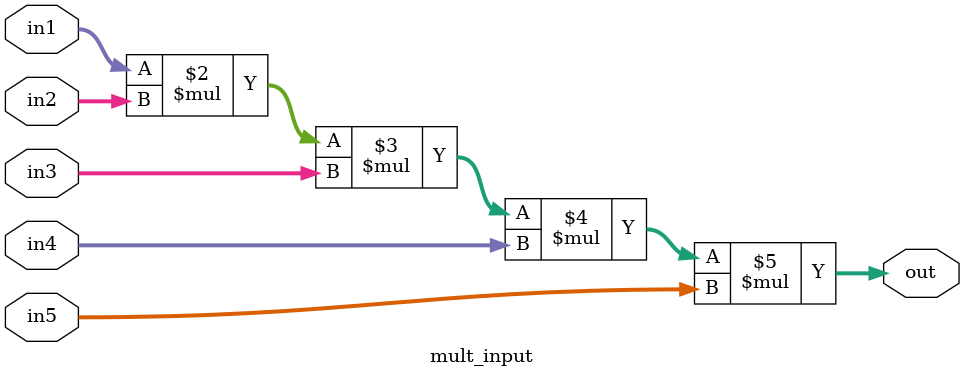
<source format=v>
module mult_input(
    input [31:0] in1,
    input [31:0] in2,
    input [31:0] in3,
    input [31:0] in4,
    input [31:0] in5,
    output reg [31:0] out
);

    always @(*) begin
        out = in1 * in2 * in3 * in4 * in5;
    end

endmodule
</source>
